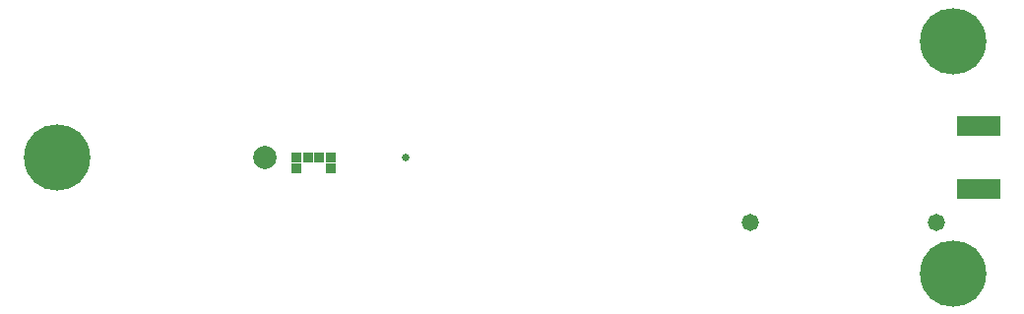
<source format=gbs>
G04*
G04 #@! TF.GenerationSoftware,Altium Limited,Altium Designer,24.9.1 (31)*
G04*
G04 Layer_Color=16711935*
%FSLAX25Y25*%
%MOIN*%
G70*
G04*
G04 #@! TF.SameCoordinates,D730F02F-FD74-4FC1-B03C-3973BC9D0968*
G04*
G04*
G04 #@! TF.FilePolarity,Negative*
G04*
G01*
G75*
%ADD22R,0.03398X0.03241*%
%ADD23R,0.03241X0.03398*%
%ADD26R,0.14580X0.06706*%
%ADD30C,0.07887*%
%ADD31C,0.22453*%
%ADD32C,0.05800*%
%ADD33C,0.02572*%
D22*
X100630Y59055D02*
D03*
X104095D02*
D03*
D23*
X96457Y58819D02*
D03*
Y55354D02*
D03*
X108268Y58819D02*
D03*
Y55354D02*
D03*
D26*
X327559Y48425D02*
D03*
Y69685D02*
D03*
D30*
X85827Y59055D02*
D03*
D31*
X318898Y19685D02*
D03*
Y98425D02*
D03*
X15748Y59055D02*
D03*
D32*
X313386Y37008D02*
D03*
X250394D02*
D03*
D33*
X133465Y59055D02*
D03*
M02*

</source>
